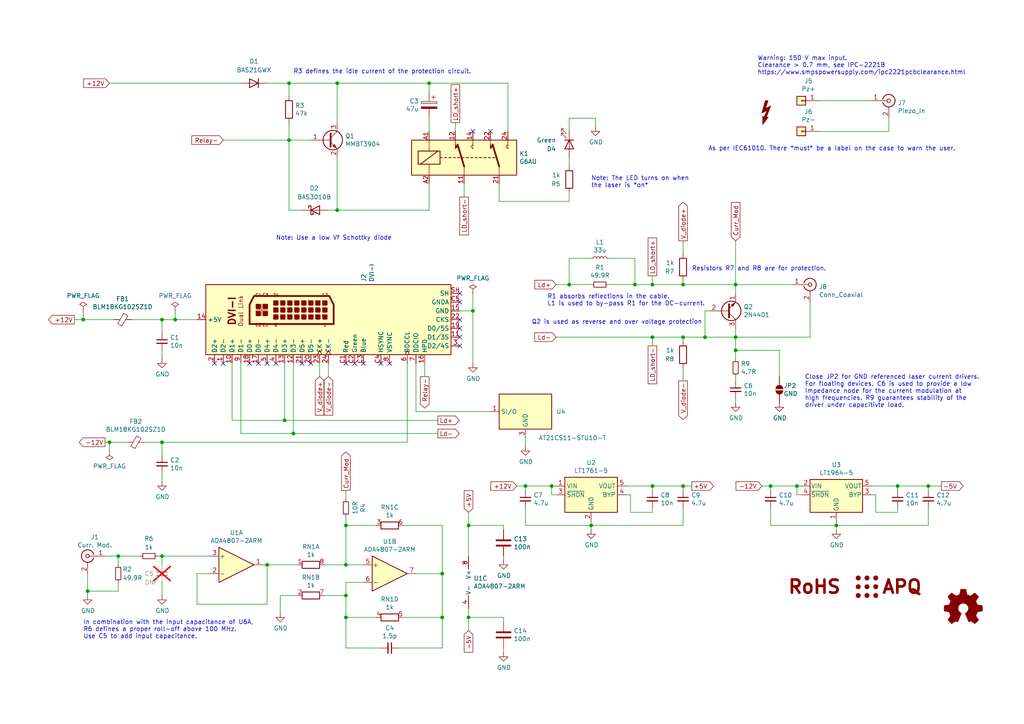
<source format=kicad_sch>
(kicad_sch (version 20250114) (generator "eeschema") (generator_version "9.0")
  (paper "A4")
  (title_block (title "Laser Backplane Diode DVI") (date "2025-06-27") (rev "1.8.1") (company "Atoms-Photons-Quanta, TU Darmstadt and Quantum Electronic Devices GmbH") (comment 1 "and Tilman Preuschoff") (comment 2 "Copyright (©) 2025, Patrick Baus <patrick.baus@quantum-electronic-devices.de>"))
  (text "R3 defines the idle current of the protection circuit." (at 85.09 21.59 0) (effects (font (size 1.27 1.27)) (justify left bottom)))
  (text "Note: The LED turns on when\nthe laser is *on*" (at 171.45 54.61 0) (effects (font (size 1.27 1.27)) (justify left bottom)))
  (text "Warning: 150 V max input.\nClearance > 0.7 mm, see IPC-2221B\nhttps://www.smpspowersupply.com/ipc2221pcbclearance.html" (at 219.71 19.05 0) (effects (font (size 1.27 1.27)) (justify left)))
  (text "Close JP2 for GND referenced laser current drivers. \nFor floating devices, C6 is used to provide a low\nimpedance node for the current modulation at \nhigh frequencies. R9 guarantees stability of the \ndriver under capacitivte load." (at 233.426 118.364 0) (effects (font (size 1.27 1.27)) (justify left bottom)))
  (text "R1 absorbs reflections in the cable.\nL1 is used to by-pass R1 for the DC-current. " (at 158.75 88.9 0) (effects (font (size 1.27 1.27)) (justify left bottom)))
  (text "In combination with the input capacitance of U6A,\nR6 defines a proper roll-off above 100 MHz. \nUse C5 to add input capacitance. " (at 24.13 185.42 0) (effects (font (size 1.27 1.27)) (justify left bottom)))
  (text "Q2 is used as reverse and over voltage protection" (at 154.178 94.234 0) (effects (font (size 1.27 1.27)) (justify left bottom)))
  (text "Note: Use a low Vf Schottky diode" (at 80.01 69.85 0) (effects (font (size 1.27 1.27)) (justify left bottom)))
  (text "Resistors R7 and R8 are for protection." (at 200.66 78.74 0) (effects (font (size 1.27 1.27)) (justify left bottom)))
  (text "As per IEC61010. There *must* be a label on the case to warn the user." (at 241.3 43.18 0) (effects (font (size 1.27 1.27))))
  (junction (at 135.89 179.07))
  (junction (at 85.09 125.73))
  (junction (at 198.12 82.55))
  (junction (at 100.33 152.4))
  (junction (at 100.33 172.72))
  (junction (at 223.52 140.97))
  (junction (at 231.14 140.97))
  (junction (at 198.12 140.97))
  (junction (at 189.23 82.55))
  (junction (at 269.24 140.97))
  (junction (at 260.35 140.97))
  (junction (at 213.36 101.6))
  (junction (at 31.75 128.27))
  (junction (at 25.4 171.45))
  (junction (at 77.47 163.83))
  (junction (at 128.27 166.37))
  (junction (at 97.79 60.96))
  (junction (at 204.47 97.79))
  (junction (at 83.82 40.64))
  (junction (at 213.36 82.55))
  (junction (at 100.33 163.83))
  (junction (at 184.15 82.55))
  (junction (at 128.27 179.07))
  (junction (at 189.23 140.97))
  (junction (at 124.46 24.13))
  (junction (at 50.8 92.71))
  (junction (at 152.4 140.97))
  (junction (at 213.36 97.79))
  (junction (at 97.79 24.13))
  (junction (at 160.02 140.97))
  (junction (at 171.45 152.4))
  (junction (at 46.99 161.29))
  (junction (at 24.13 92.71))
  (junction (at 46.99 92.71))
  (junction (at 137.16 90.17))
  (junction (at 83.82 24.13))
  (junction (at 82.55 121.92))
  (junction (at 189.23 97.79))
  (junction (at 165.1 82.55))
  (junction (at 242.57 152.4))
  (junction (at 100.33 179.07))
  (junction (at 34.29 161.29))
  (junction (at 135.89 152.4))
  (junction (at 198.12 97.79))
  (junction (at 46.99 128.27))
  (no_connect (at 62.23 105.41))
  (no_connect (at 100.33 105.41))
  (no_connect (at 133.35 100.33))
  (no_connect (at 105.41 105.41))
  (no_connect (at 74.93 105.41))
  (no_connect (at 133.35 87.63))
  (no_connect (at 72.39 105.41))
  (no_connect (at 137.16 38.1))
  (no_connect (at 110.49 105.41))
  (no_connect (at 90.17 105.41))
  (no_connect (at 80.01 105.41))
  (no_connect (at 64.77 105.41))
  (no_connect (at 133.35 85.09))
  (no_connect (at 133.35 95.25))
  (no_connect (at 133.35 97.79))
  (no_connect (at 102.87 105.41))
  (no_connect (at 87.63 105.41))
  (no_connect (at 133.35 92.71))
  (no_connect (at 113.03 105.41))
  (no_connect (at 142.24 38.1))
  (no_connect (at 77.47 105.41))
  (wire (pts (xy 165.1 58.42) (xy 165.1 55.88)))
  (wire (pts (xy 176.53 82.55) (xy 184.15 82.55)))
  (wire (pts (xy 171.45 152.4) (xy 198.12 152.4)))
  (wire (pts (xy 146.05 152.4) (xy 135.89 152.4)))
  (wire (pts (xy 46.99 128.27) (xy 118.11 128.27)))
  (wire (pts (xy 124.46 24.13) (xy 124.46 26.67)))
  (wire (pts (xy 242.57 152.4) (xy 223.52 152.4)))
  (wire (pts (xy 81.28 177.8) (xy 81.28 172.72)))
  (wire (pts (xy 120.65 119.38) (xy 142.24 119.38)))
  (wire (pts (xy 146.05 161.29) (xy 146.05 162.56)))
  (wire (pts (xy 24.13 90.17) (xy 24.13 92.71)))
  (wire (pts (xy 31.75 128.27) (xy 36.83 128.27)))
  (wire (pts (xy 85.09 105.41) (xy 85.09 125.73)))
  (wire (pts (xy 147.32 24.13) (xy 147.32 38.1)))
  (wire (pts (xy 165.1 74.93) (xy 171.45 74.93)))
  (wire (pts (xy 257.81 38.1) (xy 257.81 34.29)))
  (wire (pts (xy 171.45 151.13) (xy 171.45 152.4)))
  (wire (pts (xy 128.27 166.37) (xy 120.65 166.37)))
  (wire (pts (xy 204.47 97.79) (xy 213.36 97.79)))
  (wire (pts (xy 57.15 166.37) (xy 57.15 175.26)))
  (wire (pts (xy 134.62 53.34) (xy 134.62 57.15)))
  (wire (pts (xy 34.29 161.29) (xy 40.64 161.29)))
  (wire (pts (xy 83.82 35.56) (xy 83.82 40.64)))
  (wire (pts (xy 189.23 142.24) (xy 189.23 140.97)))
  (wire (pts (xy 198.12 99.06) (xy 198.12 97.79)))
  (wire (pts (xy 100.33 163.83) (xy 100.33 152.4)))
  (wire (pts (xy 30.48 161.29) (xy 34.29 161.29)))
  (wire (pts (xy 100.33 172.72) (xy 100.33 179.07)))
  (wire (pts (xy 269.24 140.97) (xy 269.24 142.24)))
  (wire (pts (xy 176.53 74.93) (xy 184.15 74.93)))
  (wire (pts (xy 97.79 60.96) (xy 124.46 60.96)))
  (wire (pts (xy 34.29 163.83) (xy 34.29 161.29)))
  (wire (pts (xy 198.12 73.66) (xy 198.12 69.85)))
  (wire (pts (xy 118.11 105.41) (xy 118.11 128.27)))
  (wire (pts (xy 100.33 149.86) (xy 100.33 152.4)))
  (wire (pts (xy 152.4 140.97) (xy 152.4 142.24)))
  (wire (pts (xy 128.27 166.37) (xy 128.27 179.07)))
  (wire (pts (xy 213.36 97.79) (xy 213.36 101.6)))
  (wire (pts (xy 109.22 179.07) (xy 100.33 179.07)))
  (wire (pts (xy 21.59 92.71) (xy 24.13 92.71)))
  (wire (pts (xy 46.99 139.7) (xy 46.99 137.16)))
  (wire (pts (xy 124.46 34.29) (xy 124.46 38.1)))
  (wire (pts (xy 165.1 82.55) (xy 161.29 82.55)))
  (wire (pts (xy 57.15 175.26) (xy 77.47 175.26)))
  (wire (pts (xy 95.25 109.22) (xy 95.25 105.41)))
  (wire (pts (xy 146.05 180.34) (xy 146.05 179.07)))
  (wire (pts (xy 105.41 168.91) (xy 100.33 168.91)))
  (wire (pts (xy 160.02 143.51) (xy 160.02 140.97)))
  (wire (pts (xy 231.14 140.97) (xy 223.52 140.97)))
  (wire (pts (xy 171.45 152.4) (xy 171.45 153.67)))
  (wire (pts (xy 213.36 116.84) (xy 213.36 115.57)))
  (wire (pts (xy 254 148.59) (xy 260.35 148.59)))
  (wire (pts (xy 46.99 104.14) (xy 46.99 101.6)))
  (wire (pts (xy 223.52 140.97) (xy 223.52 142.24)))
  (wire (pts (xy 161.29 143.51) (xy 160.02 143.51)))
  (wire (pts (xy 30.48 128.27) (xy 31.75 128.27)))
  (wire (pts (xy 165.1 82.55) (xy 165.1 74.93)))
  (wire (pts (xy 269.24 152.4) (xy 269.24 147.32)))
  (wire (pts (xy 189.23 140.97) (xy 198.12 140.97)))
  (wire (pts (xy 77.47 175.26) (xy 77.47 163.83)))
  (wire (pts (xy 100.33 168.91) (xy 100.33 172.72)))
  (wire (pts (xy 146.05 187.96) (xy 146.05 189.23)))
  (wire (pts (xy 165.1 34.29) (xy 165.1 38.1)))
  (wire (pts (xy 128.27 152.4) (xy 128.27 166.37)))
  (wire (pts (xy 198.12 152.4) (xy 198.12 147.32)))
  (wire (pts (xy 31.75 130.81) (xy 31.75 128.27)))
  (wire (pts (xy 83.82 24.13) (xy 83.82 27.94)))
  (wire (pts (xy 115.57 187.96) (xy 128.27 187.96)))
  (wire (pts (xy 97.79 60.96) (xy 97.79 45.72)))
  (wire (pts (xy 165.1 48.26) (xy 165.1 45.72)))
  (wire (pts (xy 198.12 110.49) (xy 198.12 106.68)))
  (wire (pts (xy 46.99 92.71) (xy 50.8 92.71)))
  (wire (pts (xy 100.33 179.07) (xy 100.33 187.96)))
  (wire (pts (xy 213.36 82.55) (xy 213.36 69.85)))
  (wire (pts (xy 100.33 187.96) (xy 110.49 187.96)))
  (wire (pts (xy 100.33 172.72) (xy 93.98 172.72)))
  (wire (pts (xy 213.36 95.25) (xy 213.36 97.79)))
  (wire (pts (xy 77.47 24.13) (xy 83.82 24.13)))
  (wire (pts (xy 92.71 109.22) (xy 92.71 105.41)))
  (wire (pts (xy 127 121.92) (xy 82.55 121.92)))
  (wire (pts (xy 254 143.51) (xy 254 148.59)))
  (wire (pts (xy 83.82 40.64) (xy 83.82 60.96)))
  (wire (pts (xy 135.89 148.59) (xy 135.89 152.4)))
  (wire (pts (xy 260.35 148.59) (xy 260.35 147.32)))
  (wire (pts (xy 146.05 179.07) (xy 135.89 179.07)))
  (wire (pts (xy 137.16 90.17) (xy 137.16 105.41)))
  (wire (pts (xy 198.12 81.28) (xy 198.12 82.55)))
  (wire (pts (xy 50.8 90.17) (xy 50.8 92.71)))
  (wire (pts (xy 46.99 96.52) (xy 46.99 92.71)))
  (wire (pts (xy 242.57 152.4) (xy 242.57 153.67)))
  (wire (pts (xy 124.46 24.13) (xy 147.32 24.13)))
  (wire (pts (xy 223.52 152.4) (xy 223.52 147.32)))
  (wire (pts (xy 213.36 101.6) (xy 226.06 101.6)))
  (wire (pts (xy 204.47 90.17) (xy 204.47 97.79)))
  (wire (pts (xy 83.82 60.96) (xy 87.63 60.96)))
  (wire (pts (xy 124.46 60.96) (xy 124.46 53.34)))
  (wire (pts (xy 213.36 97.79) (xy 234.95 97.79)))
  (wire (pts (xy 25.4 171.45) (xy 34.29 171.45)))
  (wire (pts (xy 149.86 140.97) (xy 152.4 140.97)))
  (wire (pts (xy 83.82 40.64) (xy 90.17 40.64)))
  (wire (pts (xy 120.65 105.41) (xy 120.65 119.38)))
  (wire (pts (xy 146.05 153.67) (xy 146.05 152.4)))
  (wire (pts (xy 189.23 97.79) (xy 198.12 97.79)))
  (wire (pts (xy 132.08 35.56) (xy 132.08 38.1)))
  (wire (pts (xy 41.91 128.27) (xy 46.99 128.27)))
  (wire (pts (xy 213.36 82.55) (xy 229.87 82.55)))
  (wire (pts (xy 182.88 148.59) (xy 189.23 148.59)))
  (wire (pts (xy 144.78 58.42) (xy 165.1 58.42)))
  (wire (pts (xy 213.36 82.55) (xy 198.12 82.55)))
  (wire (pts (xy 67.31 105.41) (xy 67.31 121.92)))
  (wire (pts (xy 220.98 140.97) (xy 223.52 140.97)))
  (wire (pts (xy 231.14 143.51) (xy 231.14 140.97)))
  (wire (pts (xy 128.27 187.96) (xy 128.27 179.07)))
  (wire (pts (xy 152.4 152.4) (xy 152.4 147.32)))
  (wire (pts (xy 24.13 92.71) (xy 33.02 92.71)))
  (wire (pts (xy 97.79 24.13) (xy 124.46 24.13)))
  (wire (pts (xy 100.33 152.4) (xy 109.22 152.4)))
  (wire (pts (xy 116.84 152.4) (xy 128.27 152.4)))
  (wire (pts (xy 252.73 29.21) (xy 237.49 29.21)))
  (wire (pts (xy 269.24 140.97) (xy 273.05 140.97)))
  (wire (pts (xy 93.98 163.83) (xy 100.33 163.83)))
  (wire (pts (xy 152.4 129.54) (xy 152.4 127)))
  (wire (pts (xy 189.23 82.55) (xy 198.12 82.55)))
  (wire (pts (xy 38.1 92.71) (xy 46.99 92.71)))
  (wire (pts (xy 189.23 80.01) (xy 189.23 82.55)))
  (wire (pts (xy 60.96 166.37) (xy 57.15 166.37)))
  (wire (pts (xy 83.82 40.64) (xy 64.77 40.64)))
  (wire (pts (xy 25.4 166.37) (xy 25.4 171.45)))
  (wire (pts (xy 198.12 140.97) (xy 200.66 140.97)))
  (wire (pts (xy 82.55 105.41) (xy 82.55 121.92)))
  (wire (pts (xy 83.82 24.13) (xy 97.79 24.13)))
  (wire (pts (xy 189.23 97.79) (xy 161.29 97.79)))
  (wire (pts (xy 160.02 140.97) (xy 152.4 140.97)))
  (wire (pts (xy 50.8 92.71) (xy 57.15 92.71)))
  (wire (pts (xy 213.36 110.49) (xy 213.36 109.22)))
  (wire (pts (xy 232.41 143.51) (xy 231.14 143.51)))
  (wire (pts (xy 182.88 143.51) (xy 182.88 148.59)))
  (wire (pts (xy 31.75 24.13) (xy 69.85 24.13)))
  (wire (pts (xy 67.31 121.92) (xy 82.55 121.92)))
  (wire (pts (xy 123.19 105.41) (xy 123.19 109.22)))
  (wire (pts (xy 144.78 53.34) (xy 144.78 58.42)))
  (wire (pts (xy 260.35 140.97) (xy 269.24 140.97)))
  (wire (pts (xy 260.35 142.24) (xy 260.35 140.97)))
  (wire (pts (xy 135.89 179.07) (xy 135.89 182.88)))
  (wire (pts (xy 184.15 74.93) (xy 184.15 82.55)))
  (wire (pts (xy 97.79 24.13) (xy 97.79 35.56)))
  (wire (pts (xy 81.28 172.72) (xy 86.36 172.72)))
  (wire (pts (xy 100.33 142.24) (xy 100.33 144.78)))
  (wire (pts (xy 205.74 90.17) (xy 204.47 90.17)))
  (wire (pts (xy 234.95 97.79) (xy 234.95 87.63)))
  (wire (pts (xy 161.29 140.97) (xy 160.02 140.97)))
  (wire (pts (xy 237.49 38.1) (xy 257.81 38.1)))
  (wire (pts (xy 252.73 140.97) (xy 260.35 140.97)))
  (wire (pts (xy 232.41 140.97) (xy 231.14 140.97)))
  (wire (pts (xy 172.72 34.29) (xy 172.72 36.83)))
  (wire (pts (xy 137.16 85.09) (xy 137.16 90.17)))
  (wire (pts (xy 242.57 152.4) (xy 269.24 152.4)))
  (wire (pts (xy 171.45 152.4) (xy 152.4 152.4)))
  (wire (pts (xy 100.33 163.83) (xy 105.41 163.83)))
  (wire (pts (xy 184.15 82.55) (xy 189.23 82.55)))
  (wire (pts (xy 77.47 163.83) (xy 86.36 163.83)))
  (wire (pts (xy 204.47 97.79) (xy 198.12 97.79)))
  (wire (pts (xy 34.29 171.45) (xy 34.29 168.91)))
  (wire (pts (xy 252.73 143.51) (xy 254 143.51)))
  (wire (pts (xy 46.99 161.29) (xy 60.96 161.29)))
  (wire (pts (xy 46.99 132.08) (xy 46.99 128.27)))
  (wire (pts (xy 116.84 179.07) (xy 128.27 179.07)))
  (wire (pts (xy 181.61 143.51) (xy 182.88 143.51)))
  (wire (pts (xy 95.25 60.96) (xy 97.79 60.96)))
  (wire (pts (xy 46.99 172.72) (xy 46.99 168.91)))
  (wire (pts (xy 226.06 101.6) (xy 226.06 109.22)))
  (wire (pts (xy 76.2 163.83) (xy 77.47 163.83)))
  (wire (pts (xy 189.23 148.59) (xy 189.23 147.32)))
  (wire (pts (xy 69.85 125.73) (xy 85.09 125.73)))
  (wire (pts (xy 189.23 100.33) (xy 189.23 97.79)))
  (wire (pts (xy 242.57 151.13) (xy 242.57 152.4)))
  (wire (pts (xy 171.45 82.55) (xy 165.1 82.55)))
  (wire (pts (xy 213.36 85.09) (xy 213.36 82.55)))
  (wire (pts (xy 46.99 163.83) (xy 46.99 161.29)))
  (wire (pts (xy 69.85 105.41) (xy 69.85 125.73)))
  (wire (pts (xy 45.72 161.29) (xy 46.99 161.29)))
  (wire (pts (xy 213.36 101.6) (xy 213.36 104.14)))
  (wire (pts (xy 165.1 34.29) (xy 172.72 34.29)))
  (wire (pts (xy 198.12 140.97) (xy 198.12 142.24)))
  (wire (pts (xy 135.89 176.53) (xy 135.89 179.07)))
  (wire (pts (xy 181.61 140.97) (xy 189.23 140.97)))
  (wire (pts (xy 135.89 152.4) (xy 135.89 161.29)))
  (wire (pts (xy 25.4 171.45) (xy 25.4 172.72)))
  (wire (pts (xy 133.35 90.17) (xy 137.16 90.17)))
  (wire (pts (xy 85.09 125.73) (xy 127 125.73)))
  (global_label "-5V" (shape output) (at 273.05 140.97 0) (property "Intersheetrefs" "${INTERSHEET_REFS}" (effects (hide yes))))
  (global_label "LD_short+" (shape passive) (at 132.08 35.56 90) (property "Intersheetrefs" "${INTERSHEET_REFS}" (effects (hide yes))))
  (global_label "-12V" (shape output) (at 30.48 128.27 180) (property "Intersheetrefs" "${INTERSHEET_REFS}" (effects (hide yes))))
  (global_label "Curr_Mod" (shape input) (at 213.36 69.85 90) (property "Intersheetrefs" "${INTERSHEET_REFS}" (effects (hide yes))))
  (global_label "Curr_Mod" (shape output) (at 100.33 142.24 90) (property "Intersheetrefs" "${INTERSHEET_REFS}" (effects (hide yes))))
  (global_label "Relay-" (shape output) (at 123.19 109.22 270) (property "Intersheetrefs" "${INTERSHEET_REFS}" (effects (hide yes))))
  (global_label "+12V" (shape input) (at 31.75 24.13 180) (property "Intersheetrefs" "${INTERSHEET_REFS}" (effects (hide yes))))
  (global_label "V_diode-" (shape input) (at 95.25 109.22 270) (property "Intersheetrefs" "${INTERSHEET_REFS}" (effects (hide yes))))
  (global_label "+5V" (shape input) (at 135.89 148.59 90) (property "Intersheetrefs" "${INTERSHEET_REFS}" (effects (hide yes))))
  (global_label "+12V" (shape output) (at 21.59 92.71 180) (property "Intersheetrefs" "${INTERSHEET_REFS}" (effects (hide yes))))
  (global_label "Ld-" (shape input) (at 161.29 97.79 180) (property "Intersheetrefs" "${INTERSHEET_REFS}" (effects (hide yes))))
  (global_label "V_diode+" (shape input) (at 92.71 109.22 270) (property "Intersheetrefs" "${INTERSHEET_REFS}" (effects (hide yes))))
  (global_label "V_diode-" (shape output) (at 198.12 110.49 270) (property "Intersheetrefs" "${INTERSHEET_REFS}" (effects (hide yes))))
  (global_label "Relay-" (shape input) (at 64.77 40.64 180) (property "Intersheetrefs" "${INTERSHEET_REFS}" (effects (hide yes))))
  (global_label "-5V" (shape input) (at 135.89 182.88 270) (property "Intersheetrefs" "${INTERSHEET_REFS}" (effects (hide yes))))
  (global_label "LD_short-" (shape passive) (at 134.62 57.15 270) (property "Intersheetrefs" "${INTERSHEET_REFS}" (effects (hide yes))))
  (global_label "-12V" (shape input) (at 220.98 140.97 180) (property "Intersheetrefs" "${INTERSHEET_REFS}" (effects (hide yes))))
  (global_label "+5V" (shape output) (at 200.66 140.97 0) (property "Intersheetrefs" "${INTERSHEET_REFS}" (effects (hide yes))))
  (global_label "V_diode+" (shape output) (at 198.12 69.85 90) (property "Intersheetrefs" "${INTERSHEET_REFS}" (effects (hide yes))))
  (global_label "LD_short-" (shape passive) (at 189.23 100.33 270) (property "Intersheetrefs" "${INTERSHEET_REFS}" (effects (hide yes))))
  (global_label "Ld-" (shape output) (at 127 125.73 0) (property "Intersheetrefs" "${INTERSHEET_REFS}" (effects (hide yes))))
  (global_label "+12V" (shape input) (at 149.86 140.97 180) (property "Intersheetrefs" "${INTERSHEET_REFS}" (effects (hide yes))))
  (global_label "Ld+" (shape input) (at 161.29 82.55 180) (property "Intersheetrefs" "${INTERSHEET_REFS}" (effects (hide yes))))
  (global_label "LD_short+" (shape passive) (at 189.23 80.01 90) (property "Intersheetrefs" "${INTERSHEET_REFS}" (effects (hide yes))))
  (global_label "Ld+" (shape output) (at 127 121.92 0) (property "Intersheetrefs" "${INTERSHEET_REFS}" (effects (hide yes))))
  (symbol (lib_id "Device:C_Polarized") (at 124.46 30.48 0) (mirror y) (unit 1)
    (property "Reference" "C3" (at 121.4628 29.3116 0) (effects (justify left)))
    (property "Value" "47u" (at 121.4628 31.623 0) (effects (justify left)))
    (property "Footprint" "Capacitor_THT:CP_Radial_D5.0mm_P2.00mm" (effects (hide yes)))
    (property "Description" "Polarized capacitor" (effects (hide yes)))
    (property "MFN" "Würth Elektronik" (effects (hide yes)))
    (property "PN" "860040572002" (effects (hide yes)))
    (property "RoHS" "Yes" (effects (hide yes)))
    (property "Temperature" "Tstorage = –40 °C to 105 °C" (effects (hide yes)))
  )
  (symbol (lib_id "Device:R") (at 83.82 31.75 0) (unit 1)
    (property "Reference" "R3" (at 85.598 30.5816 0) (effects (justify left)))
    (property "Value" "47k" (at 85.598 32.893 0) (effects (justify left)))
    (property "Footprint" "Resistor_SMD:R_0603_1608Metric" (effects (hide yes)))
    (property "Description" "Resistor" (effects (hide yes)))
    (property "MFN" "Vishay" (effects (hide yes)))
    (property "PN" "CRCW060347K0FKEA" (effects (hide yes)))
    (property "RoHS" "By exemption" (effects (hide yes)))
    (property "Temperature" "Tstorage = –55 °C to 155 °C" (effects (hide yes)))
  )
  (symbol (lib_id "Device:R") (at 165.1 52.07 180) (unit 1)
    (property "Reference" "R5" (at 162.56 53.34 0) (effects (justify left)))
    (property "Value" "1k" (at 162.56 50.8 0) (effects (justify left)))
    (property "Footprint" "Resistor_SMD:R_0603_1608Metric" (effects (hide yes)))
    (property "Description" "Resistor" (effects (hide yes)))
    (property "MFN" "Susumu" (effects (hide yes)))
    (property "PN" "RG1608P-102-D-T5" (effects (hide yes)))
    (property "RoHS" "Yes" (effects (hide yes)))
    (property "Temperature" "Tstorage = –55 °C to 155 °C" (effects (hide yes)))
  )
  (symbol (lib_id "Device:LED") (at 165.1 41.91 270) (unit 1)
    (property "Reference" "D4" (at 161.29 43.18 90) (effects (justify right)))
    (property "Value" "Green" (at 161.29 40.64 90) (effects (justify right)))
    (property "Footprint" "LED_THT:LED_D3.0mm_FlatTop" (effects (hide yes)))
    (property "Description" "Light emitting diode" (effects (hide yes)))
    (property "MFN" "Kingbright" (effects (hide yes)))
    (property "PN" "WP424GDT" (effects (hide yes)))
    (property "Config" "-PCBA" (effects (hide yes)))
    (property "RoHS" "Yes" (effects (hide yes)))
    (property "Temperature" "Tstorage = –40 °C to 85 °C" (effects (hide yes)))
    (property "Sim.Pins" "1=K 2=A" (effects (hide yes)))
  )
  (symbol (lib_id "Device:D") (at 73.66 24.13 180) (unit 1)
    (property "Reference" "D1" (at 73.66 17.78 0))
    (property "Value" "BAS21GWX" (at 73.66 20.32 0))
    (property "Footprint" "Diode_SMD:D_SOD-123" (effects (hide yes)))
    (property "Description" "Diode" (effects (hide yes)))
    (property "MFN" "Nexperia" (effects (hide yes)))
    (property "PN" "BAS21GWX" (effects (hide yes)))
    (property "Sim.Device" "D" (effects (hide yes)))
    (property "Sim.Pins" "1=K 2=A" (effects (hide yes)))
    (property "RoHS" "Yes" (effects (hide yes)))
    (property "Temperature" "Tstorage = –65 °C to 150 °C" (effects (hide yes)))
  )
  (symbol (lib_id "Connector:Conn_Coaxial") (at 25.4 161.29 0) (mirror y) (unit 1)
    (property "Reference" "J1" (at 27.4828 155.7782 0))
    (property "Value" "Curr. Mod." (at 27.4828 158.0896 0))
    (property "Footprint" "Connector_Coaxial:SMA_Amphenol_132291_Vertical" (effects (hide yes)))
    (property "Description" "coaxial connector (BNC, SMA, SMB, SMC, Cinch/RCA, LEMO, ...)" (effects (hide yes)))
    (property "Config" "+curr_mod,-PCBA" (effects (hide yes)))
    (property "MFN" "Amphenol" (effects (hide yes)))
    (property "PN" "132291" (effects (hide yes)))
    (property "variant" "curr_mod" (effects (hide yes)))
    (property "RoHS" "By exemption" (effects (hide yes)))
    (property "Temperature" "Tstorage = –65 °C to 165 °C" (effects (hide yes)))
  )
  (symbol (lib_id "Device:R_Small") (at 34.29 166.37 0) (unit 1)
    (property "Reference" "R2" (at 35.56 165.1 0) (effects (justify left)))
    (property "Value" "49.9R" (at 35.56 167.64 0) (effects (justify left)))
    (property "Footprint" "Resistor_SMD:R_0612_1632Metric" (effects (hide yes)))
    (property "Description" "Resistor, small symbol" (effects (hide yes)))
    (property "MFN" "ROHM Semiconductor" (effects (hide yes)))
    (property "PN" "LTR18EZPF49R9" (effects (hide yes)))
    (property "Config" "+curr_mod" (effects (hide yes)))
    (property "variant" "curr_mod" (effects (hide yes)))
    (property "RoHS" "By exemption" (effects (hide yes)))
    (property "Temperature" "Tstorage = –55 °C to 155 °C" (effects (hide yes)))
  )
  (symbol (lib_id "Connector:DVI-I_Dual_Link") (at 95.25 92.71 90) (unit 1)
    (property "Reference" "J2" (at 105.5116 81.788 0) (effects (justify left)))
    (property "Value" "DVI-I" (at 107.823 81.788 0) (effects (justify left)))
    (property "Footprint" "custom:DVI-I_Conn-Link_CDVI-F29VDG1-P1_Vertical" (effects (hide yes)))
    (property "Datasheet" "https://www.conn-link.com.tw/proimage/control_page/cdvi-f29vdg1-p1.pdf" (effects (hide yes)))
    (property "Description" "DVI-I dual link connector" (effects (hide yes)))
    (property "MFN" "Conn-Link Technology Inc." (effects (hide yes)))
    (property "PN" "CDVI-F29VDG1-P1" (effects (hide yes)))
    (property "Config" "-PCBA" (effects (hide yes)))
    (property "RoHS" "Yes" (effects (hide yes)))
    (property "Temperature" "Tstorage = –20 °C to 85 °C" (effects (hide yes)))
  )
  (symbol (lib_id "Relay:Relay_DPDT") (at 134.62 45.72 0) (unit 1)
    (property "Reference" "K1" (at 150.622 44.5516 0) (effects (justify left)))
    (property "Value" "G6AU" (at 150.622 46.863 0) (effects (justify left)))
    (property "Footprint" "Relay_THT:Relay_DPDT_Omron_G6A" (effects (hide yes)))
    (property "Description" "Relay DPDT, monostable, EN50005" (effects (hide yes)))
    (property "MFN" "Omron" (effects (hide yes)))
    (property "PN" "G6AU-274P-ST-US DC9" (effects (hide yes)))
    (property "RoHS" "Yes" (effects (hide yes)))
    (property "Temperature" "Tstorage = –40 °C to 70 °C" (effects (hide yes)))
  )
  (symbol (lib_id "power:GND") (at 137.16 105.41 0) (unit 1)
    (property "Reference" "#PWR0101" (effects (hide yes)))
    (property "Value" "GND" (at 137.287 109.8042 0))
    (property "Description" "Power symbol creates a global label with name \"GND\" , ground" (effects (hide yes)))
  )
  (symbol (lib_id "Transistor_BJT:MMBT3904") (at 95.25 40.64 0) (unit 1)
    (property "Reference" "Q1" (at 100.1014 39.4716 0) (effects (justify left)))
    (property "Value" "MMBT3904" (at 100.1014 41.783 0) (effects (justify left)))
    (property "Footprint" "Package_TO_SOT_SMD:SOT-23" (effects (hide yes)))
    (property "Datasheet" "https://www.onsemi.com/pdf/datasheet/pzt3904-d.pdf" (effects (hide yes)))
    (property "Description" "0.2A Ic, 40V Vce, Small Signal NPN Transistor, SOT-23" (effects (hide yes)))
    (property "MFN" "Nexperia" (effects (hide yes)))
    (property "PN" "MMBT3904-QR" (effects (hide yes)))
    (property "RoHS" "Yes" (effects (hide yes)))
    (property "Temperature" "Tstorage = –65 °C to 150 °C" (effects (hide yes)))
  )
  (symbol (lib_id "power:GND") (at 172.72 36.83 0) (unit 1)
    (property "Reference" "#PWR0102" (effects (hide yes)))
    (property "Value" "GND" (at 172.847 41.2242 0))
    (property "Description" "Power symbol creates a global label with name \"GND\" , ground" (effects (hide yes)))
  )
  (symbol (lib_id "power:PWR_FLAG") (at 137.16 85.09 0) (unit 1)
    (property "Reference" "#FLG0101" (effects (hide yes)))
    (property "Value" "PWR_FLAG" (at 137.16 80.6958 0))
    (property "Description" "Special symbol for telling ERC where power comes from" (effects (hide yes)))
  )
  (symbol (lib_id "power:PWR_FLAG") (at 24.13 90.17 0) (unit 1)
    (property "Reference" "#FLG0102" (effects (hide yes)))
    (property "Value" "PWR_FLAG" (at 24.13 85.7758 0))
    (property "Description" "Special symbol for telling ERC where power comes from" (effects (hide yes)))
  )
  (symbol (lib_id "Device:R_Small") (at 173.99 82.55 270) (unit 1)
    (property "Reference" "R1" (at 173.99 77.5716 90))
    (property "Value" "49.9R" (at 173.99 79.883 90))
    (property "Footprint" "Resistor_SMD:R_0805_2012Metric" (effects (hide yes)))
    (property "Description" "Resistor, small symbol" (effects (hide yes)))
    (property "MFN" "Susumu" (effects (hide yes)))
    (property "PN" "RG2012P-49R9-D-T5" (effects (hide yes)))
    (property "RoHS" "Yes" (effects (hide yes)))
    (property "Temperature" "Tstorage = –55 °C to 155 °C" (effects (hide yes)))
  )
  (symbol (lib_id "Connector:Conn_Coaxial") (at 257.81 29.21 0) (unit 1)
    (property "Reference" "J7" (at 260.35 29.845 0) (effects (justify left)))
    (property "Value" "Piezo_In" (at 260.35 32.1564 0) (effects (justify left)))
    (property "Footprint" "Connector_Coaxial:SMA_Amphenol_132291_Vertical" (effects (hide yes)))
    (property "Description" "coaxial connector (BNC, SMA, SMB, SMC, Cinch/RCA, LEMO, ...)" (effects (hide yes)))
    (property "MFN" "Amphenol" (effects (hide yes)))
    (property "PN" "132291" (effects (hide yes)))
    (property "RoHS" "Yes" (effects (hide yes)))
    (property "Temperature" "Tstorage = –65 °C to 165 °C" (effects (hide yes)))
  )
  (symbol (lib_id "Connector_Generic:Conn_01x01") (at 232.41 29.21 180) (unit 1) (in_bom no)
    (property "Reference" "J5" (at 234.4928 23.495 0))
    (property "Value" "Pz+" (at 234.4928 25.8064 0))
    (property "Footprint" "TestPoint:TestPoint_Keystone_5015_Micro_Mini" (effects (hide yes)))
    (property "Description" "Generic connector, single row, 01x01, script generated (kicad-library-utils/schlib/autogen/connector/)" (effects (hide yes)))
  )
  (symbol (lib_id "Connector_Generic:Conn_01x01") (at 232.41 38.1 180) (unit 1) (in_bom no)
    (property "Reference" "J6" (at 234.4928 32.385 0))
    (property "Value" "Pz-" (at 234.4928 34.6964 0))
    (property "Footprint" "TestPoint:TestPoint_Keystone_5015_Micro_Mini" (effects (hide yes)))
    (property "Description" "Generic connector, single row, 01x01, script generated (kicad-library-utils/schlib/autogen/connector/)" (effects (hide yes)))
  )
  (symbol (lib_id "Transistor_BJT:Q_NPN_EBC") (at 210.82 90.17 0) (mirror x) (unit 1)
    (property "Reference" "Q2" (at 215.646 89.0016 0) (effects (justify left)))
    (property "Value" "2N4401" (at 215.646 91.313 0) (effects (justify left)))
    (property "Footprint" "Package_TO_SOT_THT:TO-92_Inline_Horizontal1" (effects (hide yes)))
    (property "Description" "NPN transistor, emitter/base/collector" (effects (hide yes)))
    (property "MFN" "onsemi" (effects (hide yes)))
    (property "PN" "2N4401BU" (effects (hide yes)))
    (property "RoHS" "Yes" (effects (hide yes)))
    (property "Temperature" "Tstorage = –55 °C to 150 °C" (effects (hide yes)))
  )
  (symbol (lib_id "Graphic:Logo_Open_Hardware_Small") (at 279.4 176.53 0) (unit 1) (in_bom no)
    (property "Reference" "LOGO2" (effects (hide yes)))
    (property "Value" "Logo_Open_Hardware_Small" (effects (hide yes)))
    (property "Footprint" "Symbol:OSHW-Logo_7.5x8mm_SilkScreen" (effects (hide yes)))
    (property "Description" "Open Hardware logo, small" (effects (hide yes)))
  )
  (symbol (lib_id "Custom_logos:Logo_APQ") (at 257.81 170.18 0) (unit 1) (in_bom no)
    (property "Reference" "LOGO1" (effects (hide yes)))
    (property "Value" "Logo_APQ" (effects (hide yes)))
    (property "Footprint" "custom:APQ-Logo_small" (effects (hide yes)))
    (property "Description" "Atoms - Photons - Quanta" (effects (hide yes)))
  )
  (symbol (lib_id "Device:R") (at 198.12 77.47 180) (unit 1)
    (property "Reference" "R7" (at 195.58 78.74 0) (effects (justify left)))
    (property "Value" "1k" (at 195.58 76.2 0) (effects (justify left)))
    (property "Footprint" "Resistor_SMD:R_0603_1608Metric" (effects (hide yes)))
    (property "Description" "Resistor" (effects (hide yes)))
    (property "MFN" "Susumu" (effects (hide yes)))
    (property "PN" "RG1608P-102-D-T5" (effects (hide yes)))
    (property "RoHS" "Yes" (effects (hide yes)))
    (property "Temperature" "Tstorage = –55 °C to 155 °C" (effects (hide yes)))
  )
  (symbol (lib_id "Device:R") (at 198.12 102.87 180) (unit 1)
    (property "Reference" "R8" (at 195.58 104.14 0) (effects (justify left)))
    (property "Value" "1k" (at 195.58 101.6 0) (effects (justify left)))
    (property "Footprint" "Resistor_SMD:R_0603_1608Metric" (effects (hide yes)))
    (property "Description" "Resistor" (effects (hide yes)))
    (property "MFN" "Susumu" (effects (hide yes)))
    (property "PN" "RG1608P-102-D-T5" (effects (hide yes)))
    (property "RoHS" "Yes" (effects (hide yes)))
    (property "Temperature" "Tstorage = –55 °C to 155 °C" (effects (hide yes)))
  )
  (symbol (lib_id "Device:C_Small") (at 46.99 99.06 0) (unit 1)
    (property "Reference" "C1" (at 49.3268 97.8916 0) (effects (justify left)))
    (property "Value" "10n" (at 49.3268 100.203 0) (effects (justify left)))
    (property "Footprint" "Capacitor_SMD:C_0603_1608Metric" (effects (hide yes)))
    (property "Description" "Unpolarized capacitor, small symbol" (effects (hide yes)))
    (property "MFN" "TDK" (effects (hide yes)))
    (property "PN" "CGA3E2C0G1H103J080AE" (effects (hide yes)))
    (property "RoHS" "Yes" (effects (hide yes)))
    (property "Temperature" "Tstorage = –55 °C to 125 °C" (effects (hide yes)))
  )
  (symbol (lib_id "power:GND") (at 46.99 104.14 0) (unit 1)
    (property "Reference" "#PWR0103" (effects (hide yes)))
    (property "Value" "GND" (at 47.117 108.5342 0))
    (property "Description" "Power symbol creates a global label with name \"GND\" , ground" (effects (hide yes)))
  )
  (symbol (lib_id "Device:FerriteBead_Small") (at 35.56 92.71 270) (unit 1)
    (property "Reference" "FB1" (at 35.56 86.6902 90))
    (property "Value" "BLM18KG102SZ1D" (at 35.56 89.0016 90))
    (property "Footprint" "Inductor_SMD:L_0603_1608Metric" (effects (hide yes)))
    (property "Description" "Ferrite bead, small symbol" (effects (hide yes)))
    (property "MFN" "Murata" (effects (hide yes)))
    (property "PN" "BLM18KG102SZ1D" (effects (hide yes)))
    (property "RoHS" "Yes" (effects (hide yes)))
    (property "Temperature" "Tstorage = –55 °C to 125 °C" (effects (hide yes)))
  )
  (symbol (lib_id "power:GND") (at 25.4 172.72 0) (unit 1)
    (property "Reference" "#PWR0104" (effects (hide yes)))
    (property "Value" "GND" (at 25.527 177.1142 0))
    (property "Description" "Power symbol creates a global label with name \"GND\" , ground" (effects (hide yes)))
  )
  (symbol (lib_id "power:PWR_FLAG") (at 31.75 130.81 180) (unit 1)
    (property "Reference" "#FLG0103" (effects (hide yes)))
    (property "Value" "PWR_FLAG" (at 31.75 135.2042 0))
    (property "Description" "Special symbol for telling ERC where power comes from" (effects (hide yes)))
  )
  (symbol (lib_id "Device:C_Small") (at 46.99 134.62 0) (unit 1)
    (property "Reference" "C2" (at 49.3268 133.4516 0) (effects (justify left)))
    (property "Value" "10n" (at 49.3268 135.763 0) (effects (justify left)))
    (property "Footprint" "Capacitor_SMD:C_0603_1608Metric" (effects (hide yes)))
    (property "Description" "Unpolarized capacitor, small symbol" (effects (hide yes)))
    (property "MFN" "TDK" (effects (hide yes)))
    (property "PN" "CGA3E2X7R1H103K080AA" (effects (hide yes)))
    (property "RoHS" "Yes" (effects (hide yes)))
    (property "Temperature" "Tstorage = –55 °C to 125 °C" (effects (hide yes)))
  )
  (symbol (lib_id "power:GND") (at 46.99 139.7 0) (unit 1)
    (property "Reference" "#PWR0105" (effects (hide yes)))
    (property "Value" "GND" (at 47.117 144.0942 0))
    (property "Description" "Power symbol creates a global label with name \"GND\" , ground" (effects (hide yes)))
  )
  (symbol (lib_id "Device:FerriteBead_Small") (at 39.37 128.27 270) (unit 1)
    (property "Reference" "FB2" (at 39.37 122.2502 90))
    (property "Value" "BLM18KG102SZ1D" (at 39.37 124.5616 90))
    (property "Footprint" "Inductor_SMD:L_0603_1608Metric" (effects (hide yes)))
    (property "Description" "Ferrite bead, small symbol" (effects (hide yes)))
    (property "MFN" "Murata" (effects (hide yes)))
    (property "PN" "BLM18KG102SZ1D" (effects (hide yes)))
    (property "RoHS" "Yes" (effects (hide yes)))
    (property "Temperature" "Tstorage = –55 °C to 125 °C" (effects (hide yes)))
  )
  (symbol (lib_id "Device:L_Small") (at 173.99 74.93 90) (unit 1)
    (property "Reference" "L1" (at 173.99 70.231 90))
    (property "Value" "33u" (at 173.99 72.5424 90))
    (property "Footprint" "custom:Coilcraft_XGL5050" (effects (hide yes)))
    (property "Description" "Inductor, small symbol" (effects (hide yes)))
    (property "MFN" "Coilcraft" (effects (hide yes)))
    (property "PN" "XGL5050-333MEC" (effects (hide yes)))
    (property "Alternative" "Coilcraft XAL5050-223MEC" (effects (hide yes)))
    (property "RoHS" "Yes" (effects (hide yes)))
    (property "Temperature" "Tstorage = –40 °C to 165 °C" (effects (hide yes)))
  )
  (symbol (lib_id "Regulator_Linear:LT1761-5") (at 171.45 143.51 0) (unit 1)
    (property "Reference" "U2" (at 171.45 134.1882 0))
    (property "Value" "LT1761-5" (at 171.45 136.4996 0))
    (property "Footprint" "Package_TO_SOT_SMD:TSOT-23-5" (effects (hide yes)))
    (property "Datasheet" "https://www.analog.com/media/en/technical-documentation/data-sheets/1761sff.pdf" (effects (hide yes)))
    (property "Description" "MICROPOWER Low Noise 5V 100mA LDO regulator, TSOT-23-5" (effects (hide yes)))
    (property "MFN" "Analog Devices" (effects (hide yes)))
    (property "PN" "LT1761IS5-5#TRPBF" (effects (hide yes)))
    (property "Config" "+curr_mod" (effects (hide yes)))
    (property "variant" "curr_mod" (effects (hide yes)))
    (property "RoHS" "Yes" (effects (hide yes)))
    (property "Temperature" "Tstorage = –40 °C to 125 °C" (effects (hide yes)))
  )
  (symbol (lib_id "Device:C_Small") (at 189.23 144.78 0) (unit 1)
    (property "Reference" "C8" (at 191.5668 143.6116 0) (effects (justify left)))
    (property "Value" "10n" (at 191.5668 145.923 0) (effects (justify left)))
    (property "Footprint" "Capacitor_SMD:C_0603_1608Metric" (effects (hide yes)))
    (property "Description" "Unpolarized capacitor, small symbol" (effects (hide yes)))
    (property "MFN" "TDK" (effects (hide yes)))
    (property "PN" "CGA3E2C0G1H103J080AE" (effects (hide yes)))
    (property "Config" "+curr_mod" (effects (hide yes)))
    (property "variant" "curr_mod" (effects (hide yes)))
    (property "RoHS" "Yes" (effects (hide yes)))
    (property "Temperature" "Tstorage = –55 °C to 125 °C" (effects (hide yes)))
  )
  (symbol (lib_id "Device:C_Small") (at 152.4 144.78 0) (unit 1)
    (property "Reference" "C7" (at 154.7368 143.6116 0) (effects (justify left)))
    (property "Value" "4.7u" (at 154.7368 145.923 0) (effects (justify left)))
    (property "Footprint" "Capacitor_SMD:C_0805_2012Metric" (effects (hide yes)))
    (property "Description" "Unpolarized capacitor, small symbol" (effects (hide yes)))
    (property "MFN" "TDK" (effects (hide yes)))
    (property "PN" "CGA4J1X7R1V475K125AC" (effects (hide yes)))
    (property "Config" "+curr_mod" (effects (hide yes)))
    (property "variant" "curr_mod" (effects (hide yes)))
    (property "RoHS" "Yes" (effects (hide yes)))
    (property "Temperature" "Tstorage = –55 °C to 125 °C" (effects (hide yes)))
  )
  (symbol (lib_id "Device:C_Small") (at 198.12 144.78 0) (unit 1)
    (property "Reference" "C9" (at 200.4568 143.6116 0) (effects (justify left)))
    (property "Value" "4.7u" (at 200.4568 145.923 0) (effects (justify left)))
    (property "Footprint" "Capacitor_SMD:C_0805_2012Metric" (effects (hide yes)))
    (property "Description" "Unpolarized capacitor, small symbol" (effects (hide yes)))
    (property "MFN" "TDK" (effects (hide yes)))
    (property "PN" "CGA4J1X7R1V475K125AC" (effects (hide yes)))
    (property "Config" "+curr_mod" (effects (hide yes)))
    (property "variant" "curr_mod" (effects (hide yes)))
    (property "RoHS" "Yes" (effects (hide yes)))
    (property "Temperature" "Tstorage = –55 °C to 125 °C" (effects (hide yes)))
  )
  (symbol (lib_id "power:GND") (at 171.45 153.67 0) (unit 1)
    (property "Reference" "#PWR0106" (effects (hide yes)))
    (property "Value" "GND" (at 171.577 158.0642 0))
    (property "Description" "Power symbol creates a global label with name \"GND\" , ground" (effects (hide yes)))
  )
  (symbol (lib_id "Device:C_Small") (at 260.35 144.78 0) (unit 1)
    (property "Reference" "C11" (at 262.6868 143.6116 0) (effects (justify left)))
    (property "Value" "10n" (at 262.6868 145.923 0) (effects (justify left)))
    (property "Footprint" "Capacitor_SMD:C_0603_1608Metric" (effects (hide yes)))
    (property "Description" "Unpolarized capacitor, small symbol" (effects (hide yes)))
    (property "MFN" "TDK" (effects (hide yes)))
    (property "PN" "CGA3E2C0G1H103J080AE" (effects (hide yes)))
    (property "Config" "+curr_mod" (effects (hide yes)))
    (property "variant" "curr_mod" (effects (hide yes)))
    (property "RoHS" "Yes" (effects (hide yes)))
    (property "Temperature" "Tstorage = –55 °C to 125 °C" (effects (hide yes)))
  )
  (symbol (lib_id "Device:C_Small") (at 223.52 144.78 0) (unit 1)
    (property "Reference" "C10" (at 225.8568 143.6116 0) (effects (justify left)))
    (property "Value" "4.7u" (at 225.8568 145.923 0) (effects (justify left)))
    (property "Footprint" "Capacitor_SMD:C_0805_2012Metric" (effects (hide yes)))
    (property "Description" "Unpolarized capacitor, small symbol" (effects (hide yes)))
    (property "MFN" "TDK" (effects (hide yes)))
    (property "PN" "CGA4J1X7R1V475K125AC" (effects (hide yes)))
    (property "Config" "+curr_mod" (effects (hide yes)))
    (property "variant" "curr_mod" (effects (hide yes)))
    (property "RoHS" "Yes" (effects (hide yes)))
    (property "Temperature" "Tstorage = –55 °C to 125 °C" (effects (hide yes)))
  )
  (symbol (lib_id "Device:C_Small") (at 269.24 144.78 0) (unit 1)
    (property "Reference" "C12" (at 271.5768 143.6116 0) (effects (justify left)))
    (property "Value" "4.7u" (at 271.5768 145.923 0) (effects (justify left)))
    (property "Footprint" "Capacitor_SMD:C_0805_2012Metric" (effects (hide yes)))
    (property "Description" "Unpolarized capacitor, small symbol" (effects (hide yes)))
    (property "MFN" "TDK" (effects (hide yes)))
    (property "PN" "CGA4J1X7R1V475K125AC" (effects (hide yes)))
    (property "Config" "+curr_mod" (effects (hide yes)))
    (property "variant" "curr_mod" (effects (hide yes)))
    (property "RoHS" "Yes" (effects (hide yes)))
    (property "Temperature" "Tstorage = –55 °C to 125 °C" (effects (hide yes)))
  )
  (symbol (lib_id "power:GND") (at 242.57 153.67 0) (unit 1)
    (property "Reference" "#PWR0107" (effects (hide yes)))
    (property "Value" "GND" (at 242.697 158.0642 0))
    (property "Description" "Power symbol creates a global label with name \"GND\" , ground" (effects (hide yes)))
  )
  (symbol (lib_id "Regulator_Linear:LT1964-5") (at 242.57 143.51 0) (mirror x) (unit 1)
    (property "Reference" "U3" (at 242.57 134.8232 0))
    (property "Value" "LT1964-5" (at 242.57 137.1346 0))
    (property "Footprint" "Package_TO_SOT_SMD:TSOT-23-5" (effects (hide yes)))
    (property "Datasheet" "https://www.analog.com/media/en/technical-documentation/data-sheets/1964fb.pdf" (effects (hide yes)))
    (property "Description" "MICROPOWER 200mA Low Noise LDO negative regulator, fixed output -5V, TSOT-23-5" (effects (hide yes)))
    (property "MFN" "Analog Devices" (effects (hide yes)))
    (property "PN" "LT1964IS5-5#TRPBF" (effects (hide yes)))
    (property "Config" "+curr_mod" (effects (hide yes)))
    (property "variant" "curr_mod" (effects (hide yes)))
    (property "RoHS" "Yes" (effects (hide yes)))
    (property "Temperature" "Tstorage = –40 °C to 125 °C" (effects (hide yes)))
  )
  (symbol (lib_id "Amplifier_Operational:ADA4807-2ARM") (at 68.58 163.83 0) (unit 1)
    (property "Reference" "U1" (at 68.58 154.5082 0))
    (property "Value" "ADA4807-2ARM" (at 68.58 156.8196 0))
    (property "Footprint" "Package_SO:MSOP-8_3x3mm_P0.65mm" (effects (hide yes)))
    (property "Datasheet" "https://www.analog.com/media/en/technical-documentation/data-sheets/ADA4807-1_4807-2_4807-4.pdf" (effects (hide yes)))
    (property "Description" "Dual Rail-to-Rail Input/Output Amplifiers, MSOP-8" (effects (hide yes)))
    (property "MFN" "Analog Devices" (effects (hide yes)))
    (property "PN" "ADA4807-2ARMZ" (effects (hide yes)))
    (property "Config" "+curr_mod" (effects (hide yes)))
    (property "variant" "curr_mod" (effects (hide yes)))
    (property "RoHS" "Yes" (effects (hide yes)))
    (property "Temperature" "Tstorage = –40 °C to 125 °C" (effects (hide yes)))
  )
  (symbol (lib_id "Amplifier_Operational:ADA4807-2ARM") (at 113.03 166.37 0) (unit 2)
    (property "Reference" "U1" (at 113.03 157.0482 0))
    (property "Value" "ADA4807-2ARM" (at 113.03 159.3596 0))
    (property "Footprint" "Package_SO:MSOP-8_3x3mm_P0.65mm" (effects (hide yes)))
    (property "Datasheet" "https://www.analog.com/media/en/technical-documentation/data-sheets/ADA4807-1_4807-2_4807-4.pdf" (effects (hide yes)))
    (property "Description" "Dual Rail-to-Rail Input/Output Amplifiers, MSOP-8" (effects (hide yes)))
    (property "MFN" "Analog Devices" (effects (hide yes)))
    (property "PN" "ADA4807-2ARMZ" (effects (hide yes)))
    (property "Config" "+curr_mod" (effects (hide yes)))
    (property "variant" "curr_mod" (effects (hide yes)))
    (property "RoHS" "Yes" (effects (hide yes)))
    (property "Temperature" "Tstorage = –40 °C to 125 °C" (effects (hide yes)))
  )
  (symbol (lib_id "Device:R_Pack04_Split") (at 90.17 163.83 270) (unit 1)
    (property "Reference" "RN1" (at 90.17 158.5722 90))
    (property "Value" "1k" (at 90.17 160.8836 90))
    (property "Footprint" "Package_SO:MSOP-8_3x3mm_P0.65mm" (effects (hide yes)))
    (property "Description" "4 resistor network, parallel topology, split" (effects (hide yes)))
    (property "MFN" "Vishay" (effects (hide yes)))
    (property "PN" "MORNTA1001AT5" (effects (hide yes)))
    (property "Config" "+curr_mod" (effects (hide yes)))
    (property "variant" "curr_mod" (effects (hide yes)))
    (property "RoHS" "Yes" (effects (hide yes)))
    (property "Temperature" "Tstorage = –55 °C to 125 °C" (effects (hide yes)))
  )
  (symbol (lib_id "Device:R_Pack04_Split") (at 113.03 152.4 270) (unit 3)
    (property "Reference" "RN1" (at 113.03 147.1422 90))
    (property "Value" "1k" (at 113.03 149.4536 90))
    (property "Footprint" "Package_SO:MSOP-8_3x3mm_P0.65mm" (effects (hide yes)))
    (property "Description" "4 resistor network, parallel topology, split" (effects (hide yes)))
    (property "MFN" "Vishay" (effects (hide yes)))
    (property "PN" "MORNTA1001AT5" (effects (hide yes)))
    (property "Config" "+curr_mod" (effects (hide yes)))
    (property "variant" "curr_mod" (effects (hide yes)))
    (property "RoHS" "Yes" (effects (hide yes)))
    (property "Temperature" "Tstorage = –55 °C to 125 °C" (effects (hide yes)))
  )
  (symbol (lib_id "Device:R_Pack04_Split") (at 113.03 179.07 270) (unit 4)
    (property "Reference" "RN1" (at 113.03 173.8122 90))
    (property "Value" "1k" (at 113.03 176.1236 90))
    (property "Footprint" "Package_SO:MSOP-8_3x3mm_P0.65mm" (effects (hide yes)))
    (property "Description" "4 resistor network, parallel topology, split" (effects (hide yes)))
    (property "MFN" "Vishay" (effects (hide yes)))
    (property "PN" "MORNTA1001AT5" (effects (hide yes)))
    (property "Config" "+curr_mod" (effects (hide yes)))
    (property "variant" "curr_mod" (effects (hide yes)))
    (property "RoHS" "Yes" (effects (hide yes)))
    (property "Temperature" "Tstorage = –55 °C to 125 °C" (effects (hide yes)))
  )
  (symbol (lib_id "Device:R_Pack04_Split") (at 90.17 172.72 270) (unit 2)
    (property "Reference" "RN1" (at 90.17 167.4622 90))
    (property "Value" "1k" (at 90.17 169.7736 90))
    (property "Footprint" "Package_SO:MSOP-8_3x3mm_P0.65mm" (effects (hide yes)))
    (property "Description" "4 resistor network, parallel topology, split" (effects (hide yes)))
    (property "MFN" "Vishay" (effects (hide yes)))
    (property "PN" "MORNTA1001AT5" (effects (hide yes)))
    (property "Config" "+curr_mod" (effects (hide yes)))
    (property "variant" "curr_mod" (effects (hide yes)))
    (property "RoHS" "Yes" (effects (hide yes)))
    (property "Temperature" "Tstorage = –55 °C to 125 °C" (effects (hide yes)))
  )
  (symbol (lib_id "Device:C_Small") (at 113.03 187.96 270) (unit 1)
    (property "Reference" "C4" (at 113.03 182.1434 90))
    (property "Value" "1.5p" (at 113.03 184.4548 90))
    (property "Footprint" "Capacitor_SMD:C_0603_1608Metric" (effects (hide yes)))
    (property "Description" "Unpolarized capacitor, small symbol" (effects (hide yes)))
    (property "MFN" "Kemet" (effects (hide yes)))
    (property "PN" "C0603C159C5GACAUTO" (effects (hide yes)))
    (property "Config" "+curr_mod" (effects (hide yes)))
    (property "variant" "curr_mod" (effects (hide yes)))
    (property "RoHS" "Yes" (effects (hide yes)))
    (property "Temperature" "Tstorage = –55 °C to 125 °C" (effects (hide yes)))
  )
  (symbol (lib_id "power:GND") (at 81.28 177.8 0) (unit 1)
    (property "Reference" "#PWR0108" (effects (hide yes)))
    (property "Value" "GND" (at 81.407 182.1942 0))
    (property "Description" "Power symbol creates a global label with name \"GND\" , ground" (effects (hide yes)))
  )
  (symbol (lib_id "Amplifier_Operational:ADA4807-2ARM") (at 138.43 168.91 0) (unit 3)
    (property "Reference" "U1" (at 137.3632 167.7416 0) (effects (justify left)))
    (property "Value" "ADA4807-2ARM" (at 137.3632 170.053 0) (effects (justify left)))
    (property "Footprint" "Package_SO:MSOP-8_3x3mm_P0.65mm" (effects (hide yes)))
    (property "Datasheet" "https://www.analog.com/media/en/technical-documentation/data-sheets/ADA4807-1_4807-2_4807-4.pdf" (effects (hide yes)))
    (property "Description" "Dual Rail-to-Rail Input/Output Amplifiers, MSOP-8" (effects (hide yes)))
    (property "MFN" "Analog Devices" (effects (hide yes)))
    (property "PN" "ADA4807-2ARMZ" (effects (hide yes)))
    (property "Config" "+curr_mod" (effects (hide yes)))
    (property "variant" "curr_mod" (effects (hide yes)))
    (property "RoHS" "Yes" (effects (hide yes)))
    (property "Temperature" "Tstorage = –40 °C to 125 °C" (effects (hide yes)))
  )
  (symbol (lib_id "Device:R_Small") (at 100.33 147.32 180) (unit 1)
    (property "Reference" "R4" (at 105.3084 147.32 90))
    (property "Value" "10R" (at 102.997 147.32 90))
    (property "Footprint" "Resistor_SMD:R_0603_1608Metric" (effects (hide yes)))
    (property "Description" "Resistor, small symbol" (effects (hide yes)))
    (property "MFN" "Susumu" (effects (hide yes)))
    (property "PN" "RG1608Q-100-D-T5" (effects (hide yes)))
    (property "Config" "+curr_mod" (effects (hide yes)))
    (property "variant" "curr_mod" (effects (hide yes)))
    (property "RoHS" "Yes" (effects (hide yes)))
    (property "Temperature" "Tstorage = –55 °C to 155 °C" (effects (hide yes)))
  )
  (symbol (lib_id "power:PWR_FLAG") (at 50.8 90.17 0) (unit 1)
    (property "Reference" "#FLG0104" (effects (hide yes)))
    (property "Value" "PWR_FLAG" (at 50.8 85.7758 0))
    (property "Description" "Special symbol for telling ERC where power comes from" (effects (hide yes)))
  )
  (symbol (lib_id "Microchip:AT21CS11-STXXXX-X") (at 152.4 119.38 0) (mirror y) (unit 1)
    (property "Reference" "U4" (at 161.29 119.38 0) (effects (justify right)))
    (property "Value" "AT21CS11-STU10-T" (at 156.21 127 0) (effects (justify right)))
    (property "Footprint" "Package_TO_SOT_SMD:SOT-23" (effects (hide yes)))
    (property "Datasheet" "https://ww1.microchip.com/downloads/en/DeviceDoc/AT21CS01-AT21CS11-Data-Sheet-DS20005857D.pdf" (effects (hide yes)))
    (property "Description" "I2C Serial EEPROM, 1Kb (128x8) with Unique Serial Number, SOT-23" (effects (hide yes)))
    (property "Config" "DNF" (effects (hide yes)))
    (property "MFN" "Microchip Technology" (effects (hide yes)))
    (property "PN" "AT21CS11-STU10-T" (effects (hide yes)))
    (property "RoHS" "Yes" (effects (hide yes)))
    (property "Temperature" "Tstorage = –40 °C to 85 °C" (effects (hide yes)))
  )
  (symbol (lib_id "power:GND") (at 152.4 129.54 0) (unit 1)
    (property "Reference" "#PWR0109" (effects (hide yes)))
    (property "Value" "GND" (at 152.527 133.9342 0))
    (property "Description" "Power symbol creates a global label with name \"GND\" , ground" (effects (hide yes)))
  )
  (symbol (lib_id "power:GND") (at 226.06 116.84 0) (unit 1)
    (property "Reference" "#PWR0110" (effects (hide yes)))
    (property "Value" "GND" (at 226.187 121.2342 0))
    (property "Description" "Power symbol creates a global label with name \"GND\" , ground" (effects (hide yes)))
  )
  (symbol (lib_id "Jumper:SolderJumper_2_Open") (at 226.06 113.03 270) (unit 1) (in_bom no)
    (property "Reference" "JP2" (at 227.2792 111.8616 90) (effects (justify left)))
    (property "Value" "GND" (at 227.2792 114.173 90) (effects (justify left)))
    (property "Footprint" "Jumper:SolderJumper-2_P1.3mm_Open_RoundedPad1.0x1.5mm" (effects (hide yes)))
    (property "Description" "Solder Jumper, 2-pole, open" (effects (hide yes)))
  )
  (symbol (lib_id "Device:R_Small") (at 213.36 106.68 0) (unit 1)
    (property "Reference" "R9" (at 214.8586 105.5116 0) (effects (justify left)))
    (property "Value" "4.7R" (at 214.8586 107.823 0) (effects (justify left)))
    (property "Footprint" "Resistor_SMD:R_0603_1608Metric" (effects (hide yes)))
    (property "Description" "Resistor, small symbol" (effects (hide yes)))
    (property "MFN" "SEI Stackpole" (effects (hide yes)))
    (property "PN" "RNCP0603FTD4R70" (effects (hide yes)))
    (property "RoHS" "Yes" (effects (hide yes)))
    (property "Temperature" "Tstorage = –55 °C to 155 °C" (effects (hide yes)))
  )
  (symbol (lib_id "power:GND") (at 213.36 116.84 0) (unit 1)
    (property "Reference" "#PWR0111" (effects (hide yes)))
    (property "Value" "GND" (at 213.487 121.2342 0))
    (property "Description" "Power symbol creates a global label with name \"GND\" , ground" (effects (hide yes)))
  )
  (symbol (lib_id "Device:C_Small") (at 46.99 166.37 180) (unit 1) (dnp yes)
    (property "Reference" "C5" (at 41.91 166.37 0) (effects (justify right)))
    (property "Value" "DNF" (at 41.91 168.91 0) (effects (justify right)))
    (property "Footprint" "Capacitor_SMD:C_0603_1608Metric" (effects (hide yes)))
    (property "Description" "Unpolarized capacitor, small symbol" (effects (hide yes)))
    (property "Config" "DNF" (effects (hide yes)))
  )
  (symbol (lib_id "power:GND") (at 46.99 172.72 0) (unit 1)
    (property "Reference" "#PWR0112" (effects (hide yes)))
    (property "Value" "GND" (at 47.117 177.1142 0))
    (property "Description" "Power symbol creates a global label with name \"GND\" , ground" (effects (hide yes)))
  )
  (symbol (lib_id "Device:R_Small") (at 43.18 161.29 90) (unit 1)
    (property "Reference" "R6" (at 43.18 156.21 90))
    (property "Value" "1k" (at 43.18 158.75 90))
    (property "Footprint" "Resistor_SMD:R_0603_1608Metric" (effects (hide yes)))
    (property "Description" "Resistor, small symbol" (effects (hide yes)))
    (property "MFN" "Susumu" (effects (hide yes)))
    (property "PN" "RG1608P-102-D-T5" (effects (hide yes)))
    (property "Config" "+curr_mod" (effects (hide yes)))
    (property "variant" "curr_mod" (effects (hide yes)))
    (property "RoHS" "Yes" (effects (hide yes)))
    (property "Temperature" "Tstorage = –55 °C to 155 °C" (effects (hide yes)))
  )
  (symbol (lib_id "Device:C_Small") (at 213.36 113.03 0) (unit 1)
    (property "Reference" "C6" (at 215.6968 111.8616 0) (effects (justify left)))
    (property "Value" "10n" (at 215.6968 114.173 0) (effects (justify left)))
    (property "Footprint" "Capacitor_SMD:C_0603_1608Metric" (effects (hide yes)))
    (property "Description" "Unpolarized capacitor, small symbol" (effects (hide yes)))
    (property "MFN" "TDK" (effects (hide yes)))
    (property "PN" "CGA3E2C0G1H103J080AE" (effects (hide yes)))
    (property "RoHS" "Yes" (effects (hide yes)))
    (property "Temperature" "Tstorage = –55 °C to 125 °C" (effects (hide yes)))
  )
  (symbol (lib_id "Connector:Conn_Coaxial") (at 234.95 82.55 0) (unit 1)
    (property "Reference" "J8" (at 237.49 83.185 0) (effects (justify left)))
    (property "Value" "Conn_Coaxial" (at 237.49 85.4964 0) (effects (justify left)))
    (property "Footprint" "custom:SMP_TE_CONSMP001-SMD-G-T_Vertical" (effects (hide yes)))
    (property "Description" "coaxial connector (BNC, SMA, SMB, SMC, Cinch/RCA, LEMO, ...)" (effects (hide yes)))
    (property "MFN" "TE Connectivity" (effects (hide yes)))
    (property "PN" "CONSMP001-SMD-G-T" (effects (hide yes)))
    (property "RoHS" "Yes" (effects (hide yes)))
    (property "Temperature" "Tstorage = –65 °C to 155 °C" (effects (hide yes)))
  )
  (symbol (lib_id "Device:D_Schottky") (at 91.44 60.96 0) (unit 1)
    (property "Reference" "D2" (at 91.1225 54.61 0))
    (property "Value" "BAS3010B" (at 91.1225 57.15 0))
    (property "Footprint" "Diode_SMD:D_SOD-323" (effects (hide yes)))
    (property "Description" "Schottky diode" (effects (hide yes)))
    (property "MFN" "Infineon Technologies" (effects (hide yes)))
    (property "PN" "BAS3010B03WE6327HTSA1" (effects (hide yes)))
    (property "Note" "Use a low Vf Schottky" (effects (hide yes)))
    (property "RoHS" "Yes" (effects (hide yes)))
    (property "Temperature" "Tstorage = –65 °C to 125 °C" (effects (hide yes)))
  )
  (symbol (lib_id "power:GND") (at 146.05 162.56 0) (unit 1)
    (property "Reference" "#PWR01" (effects (hide yes)))
    (property "Value" "GND" (at 146.177 166.9542 0))
    (property "Description" "Power symbol creates a global label with name \"GND\" , ground" (effects (hide yes)))
  )
  (symbol (lib_id "Device:C") (at 146.05 184.15 0) (unit 1)
    (property "Reference" "C14" (at 148.971 182.9816 0) (effects (justify left)))
    (property "Value" "100n" (at 148.971 185.293 0) (effects (justify left)))
    (property "Footprint" "Capacitor_SMD:C_0603_1608Metric" (effects (hide yes)))
    (property "Description" "Unpolarized capacitor" (effects (hide yes)))
    (property "MFN" "Kemet" (effects (hide yes)))
    (property "PN" "C0603C104K5RACAUTO" (effects (hide yes)))
    (property "Config" "+curr_mod" (effects (hide yes)))
    (property "variant" "curr_mod" (effects (hide yes)))
    (property "RoHS" "Yes" (effects (hide yes)))
    (property "Temperature" "Tstorage = –55 °C to 125 °C" (effects (hide yes)))
  )
  (symbol (lib_id "Custom_logos:SYM_RoHS") (at 236.22 170.18 0) (unit 1) (in_bom no) (on_board no)
    (property "Reference" "LOGO3" (effects (hide yes)))
    (property "Value" "Logo_RoHS" (effects (hide yes)))
    (property "Footprint" "Symbol:RoHS-Logo_6mm_SilkScreen" (effects (hide yes)))
    (property "Description" "RoHS (Restriction of Hazardous Substances Directive) logo" (effects (hide yes)))
    (property "DNP" "1" (effects (hide yes)))
  )
  (symbol (lib_id "Graphic:SYM_Flash_Small") (at 222.25 33.02 0) (unit 1) (in_bom no)
    (property "Reference" "SYM1" (effects (hide yes)))
    (property "Value" "SYM_Flash_Small" (effects (hide yes)))
    (property "Footprint" "custom:Symbol_HighVoltage_Triangle_3x3mm" (effects (hide yes)))
    (property "Description" "Flash symbol, small" (effects (hide yes)))
  )
  (symbol (lib_id "power:GND") (at 146.05 189.23 0) (unit 1)
    (property "Reference" "#PWR02" (effects (hide yes)))
    (property "Value" "GND" (at 146.177 193.6242 0))
    (property "Description" "Power symbol creates a global label with name \"GND\" , ground" (effects (hide yes)))
  )
  (symbol (lib_id "Device:C") (at 146.05 157.48 0) (unit 1)
    (property "Reference" "C13" (at 148.971 156.3116 0) (effects (justify left)))
    (property "Value" "100n" (at 148.971 158.623 0) (effects (justify left)))
    (property "Footprint" "Capacitor_SMD:C_0603_1608Metric" (effects (hide yes)))
    (property "Description" "Unpolarized capacitor" (effects (hide yes)))
    (property "MFN" "Kemet" (effects (hide yes)))
    (property "PN" "C0603C104K5RACAUTO" (effects (hide yes)))
    (property "Config" "+curr_mod" (effects (hide yes)))
    (property "variant" "curr_mod" (effects (hide yes)))
    (property "RoHS" "Yes" (effects (hide yes)))
    (property "Temperature" "Tstorage = –55 °C to 125 °C" (effects (hide yes)))
  )
)
</source>
